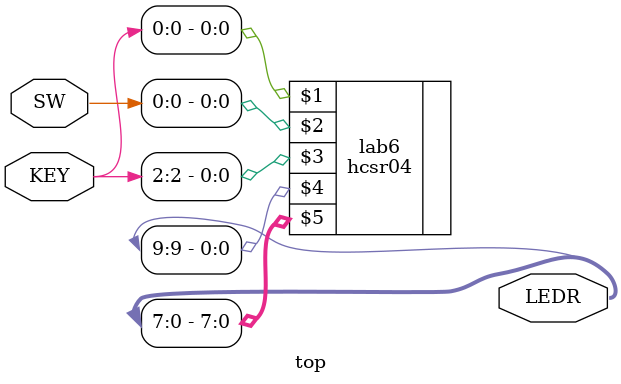
<source format=v>
module top (SW, KEY, LEDR);

    input wire [9:0] SW;        // DE-series switches
    input wire [3:0] KEY;       // DE-series pushbuttons

    output wire [9:0] LEDR;     // DE-series LEDs   

    hcsr04 lab6 (KEY[0], SW[0], KEY[2], LEDR[9], LEDR[7:0]);
 
endmodule


</source>
